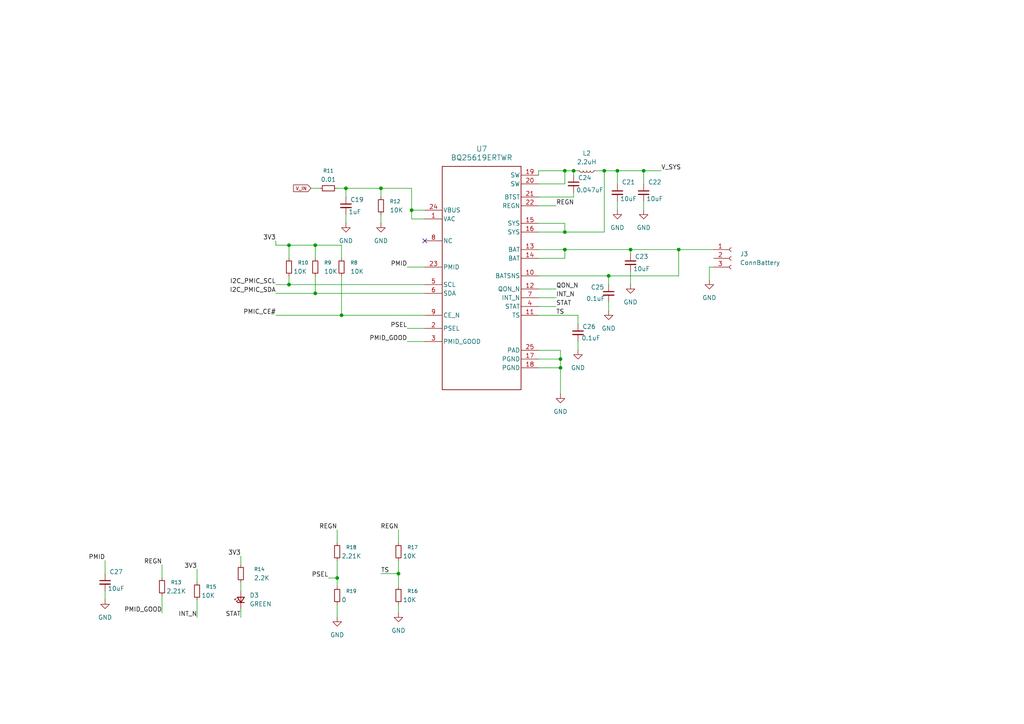
<source format=kicad_sch>
(kicad_sch (version 20250114) (generator "eeschema") (generator_version "9.0")
  (paper "A4")
  (lib_symbols
    (symbol "BQ25619ERTWR_1" (pin_names (offset 0.254))
      (property "Reference" "U" (at 3.81 28.194 0))
      (property "Value" "BQ25619ERTWR" (at 2.794 -35.56 0))
      (symbol "BQ25619ERTWR_1_0_1"
        (polyline (pts (xy -7.62 26.67) (xy -7.62 -38.1)) (stroke (width 0.2032)))
        (polyline (pts (xy -7.62 -38.1) (xy 15.24 -38.1)) (stroke (width 0.2032)))
        (polyline (pts (xy 15.24 26.67) (xy -7.62 26.67)) (stroke (width 0.2032)))
        (polyline (pts (xy 15.24 -38.1) (xy 15.24 26.67)) (stroke (width 0.2032)))
        (pin power_in line (at -12.7 13.97 0) (length 5.08) (name "VBUS") (number "24"))
        (pin power_in line (at -12.7 11.43 0) (length 5.08) (name "VAC") (number "1"))
        (pin unspecified line (at -12.7 5.08 0) (length 5.08) (name "NC") (number "8"))
        (pin unspecified line (at -12.7 -2.54 0) (length 5.08) (name "PMID") (number "23"))
        (pin unspecified line (at -12.7 -7.62 0) (length 5.08) (name "SCL") (number "5"))
        (pin unspecified line (at -12.7 -10.16 0) (length 5.08) (name "SDA") (number "6"))
        (pin unspecified line (at -12.7 -16.51 0) (length 5.08) (name "CE_N") (number "9"))
        (pin unspecified line (at -12.7 -20.32 0) (length 5.08) (name "PSEL") (number "2"))
        (pin unspecified line (at -12.7 -24.13 0) (length 5.08) (name "PMID_GOOD") (number "3"))
        (pin power_in line (at 20.32 24.13 180) (length 5.08) (name "SW") (number "19"))
        (pin power_in line (at 20.32 21.59 180) (length 5.08) (name "SW") (number "20"))
        (pin power_in line (at 20.32 17.78 180) (length 5.08) (name "BTST") (number "21"))
        (pin power_in line (at 20.32 15.24 180) (length 5.08) (name "REGN") (number "22"))
        (pin power_in line (at 20.32 10.16 180) (length 5.08) (name "SYS") (number "15"))
        (pin power_in line (at 20.32 7.62 180) (length 5.08) (name "SYS") (number "16"))
        (pin power_in line (at 20.32 2.54 180) (length 5.08) (name "BAT") (number "13"))
        (pin power_in line (at 20.32 0 180) (length 5.08) (name "BAT") (number "14"))
        (pin unspecified line (at 20.32 -5.08 180) (length 5.08) (name "BATSNS") (number "10"))
        (pin unspecified line (at 20.32 -8.89 180) (length 5.08) (name "QON_N") (number "12"))
        (pin unspecified line (at 20.32 -11.43 180) (length 5.08) (name "INT_N") (number "7"))
        (pin unspecified line (at 20.32 -13.97 180) (length 5.08) (name "STAT") (number "4"))
        (pin unspecified line (at 20.32 -16.51 180) (length 5.08) (name "TS") (number "11"))
        (pin unspecified line (at 20.32 -26.67 180) (length 5.08) (name "PAD") (number "25"))
        (pin power_in line (at 20.32 -29.21 180) (length 5.08) (name "PGND") (number "17"))
        (pin power_in line (at 20.32 -31.75 180) (length 5.08) (name "PGND") (number "18"))
      )
    )
    (symbol "Connector:Conn_01x03_Socket" (pin_names (offset 1.016) (hide yes))
      (property "Reference" "J" (at 0 5.08 0))
      (property "Value" "Conn_01x03_Socket" (at 0 -5.08 0))
      (symbol "Conn_01x03_Socket_1_1"
        (polyline (pts (xy -1.27 2.54) (xy -0.508 2.54)) (stroke (width 0.1524)))
        (polyline (pts (xy -1.27 0) (xy -0.508 0)) (stroke (width 0.1524)))
        (polyline (pts (xy -1.27 -2.54) (xy -0.508 -2.54)) (stroke (width 0.1524)))
        (arc (start 0 2.032) (mid -0.5058 2.54) (end 0 3.048) (stroke (width 0.1524)))
        (arc (start 0 -0.508) (mid -0.5058 0) (end 0 0.508) (stroke (width 0.1524)))
        (arc (start 0 -3.048) (mid -0.5058 -2.54) (end 0 -2.032) (stroke (width 0.1524)))
        (pin passive line (at -5.08 2.54 0) (length 3.81) (name "Pin_1") (number "1"))
        (pin passive line (at -5.08 0 0) (length 3.81) (name "Pin_2") (number "2"))
        (pin passive line (at -5.08 -2.54 0) (length 3.81) (name "Pin_3") (number "3"))
      )
    )
    (symbol "Device:C_Small" (pin_numbers (hide yes)) (pin_names (offset 0.254) (hide yes))
      (property "Reference" "C" (at 0.254 1.778 0))
      (property "Value" "C_Small" (at 0.254 -2.032 0))
      (symbol "C_Small_0_1"
        (polyline (pts (xy -1.524 0.508) (xy 1.524 0.508)) (stroke (width 0.3048)))
        (polyline (pts (xy -1.524 -0.508) (xy 1.524 -0.508)) (stroke (width 0.3302)))
      )
      (symbol "C_Small_1_1"
        (pin passive line (at 0 2.54 270) (length 2.032) (name "~") (number "1"))
        (pin passive line (at 0 -2.54 90) (length 2.032) (name "~") (number "2"))
      )
    )
    (symbol "Device:LED_Small" (pin_numbers (hide yes)) (pin_names (offset 0.254) (hide yes))
      (property "Reference" "D" (at -1.27 3.175 0))
      (property "Value" "LED_Small" (at -4.445 -2.54 0))
      (symbol "LED_Small_0_1"
        (polyline (pts (xy -0.762 -1.016) (xy -0.762 1.016)) (stroke (width 0.254)))
        (polyline (pts (xy 0 0.762) (xy -0.508 1.27) (xy -0.254 1.27) (xy -0.508 1.27) (xy -0.508 1.016)))
        (polyline (pts (xy 0.508 1.27) (xy 0 1.778) (xy 0.254 1.778) (xy 0 1.778) (xy 0 1.524)))
        (polyline (pts (xy 0.762 -1.016) (xy -0.762 0) (xy 0.762 1.016) (xy 0.762 -1.016)) (stroke (width 0.254)))
        (polyline (pts (xy 1.016 0) (xy -0.762 0)))
      )
      (symbol "LED_Small_1_1"
        (pin passive line (at -2.54 0 0) (length 1.778) (name "K") (number "1"))
        (pin passive line (at 2.54 0 180) (length 1.778) (name "A") (number "2"))
      )
    )
    (symbol "Device:L_Small" (pin_numbers (hide yes)) (pin_names (offset 0.254) (hide yes))
      (property "Reference" "L" (at 0.762 1.016 0))
      (property "Value" "L_Small" (at 0.762 -1.016 0))
      (symbol "L_Small_0_1"
        (arc (start 0 2.032) (mid 0.5058 1.524) (end 0 1.016))
        (arc (start 0 1.016) (mid 0.5058 0.508) (end 0 0))
        (arc (start 0 0) (mid 0.5058 -0.508) (end 0 -1.016))
        (arc (start 0 -1.016) (mid 0.5058 -1.524) (end 0 -2.032))
      )
      (symbol "L_Small_1_1"
        (pin passive line (at 0 2.54 270) (length 0.508) (name "~") (number "1"))
        (pin passive line (at 0 -2.54 90) (length 0.508) (name "~") (number "2"))
      )
    )
    (symbol "Device:R_Small" (pin_numbers (hide yes)) (pin_names (offset 0.254) (hide yes))
      (property "Reference" "R" (at 0 0 90))
      (property "Value" "R_Small" (at 1.778 0 90))
      (symbol "R_Small_0_1"
        (rectangle (start -0.762 1.778) (end 0.762 -1.778) (stroke (width 0.2032)))
      )
      (symbol "R_Small_1_1"
        (pin passive line (at 0 2.54 270) (length 0.762) (name "~") (number "1"))
        (pin passive line (at 0 -2.54 90) (length 0.762) (name "~") (number "2"))
      )
    )
    (symbol "power:GND" (power) (pin_numbers (hide yes)) (pin_names (offset 0) (hide yes))
      (property "Value" "GND" (at 0 -3.81 0))
      (symbol "GND_0_1"
        (polyline (pts (xy 0 0) (xy 0 -1.27) (xy 1.27 -1.27) (xy 0 -2.54) (xy -1.27 -1.27) (xy 0 -1.27)))
      )
      (symbol "GND_1_1"
        (pin power_in line (at 0 0 270) (length 0) (name "~") (number "1"))
      )
    )
  )
  (junction (at 163.83 67.31))
  (junction (at 97.79 167.64))
  (junction (at 166.37 49.53))
  (junction (at 83.82 71.12))
  (junction (at 179.07 49.53))
  (junction (at 110.49 54.61))
  (junction (at 196.85 72.39))
  (junction (at 91.44 85.09))
  (junction (at 163.83 49.53))
  (junction (at 100.33 54.61))
  (junction (at 163.83 72.39))
  (junction (at 91.44 71.12))
  (junction (at 175.26 49.53))
  (junction (at 186.69 49.53))
  (junction (at 99.06 91.44))
  (junction (at 162.56 106.68))
  (junction (at 115.57 166.37))
  (junction (at 83.82 82.55))
  (junction (at 176.53 80.01))
  (junction (at 162.56 104.14))
  (junction (at 182.88 72.39))
  (junction (at 119.38 60.96))
  (no_connect (at 123.19 69.85))
  (wire (pts (xy 175.26 49.53) (xy 179.07 49.53)))
  (wire (pts (xy 91.44 71.12) (xy 83.82 71.12)))
  (wire (pts (xy 205.74 77.47) (xy 205.74 81.28)))
  (wire (pts (xy 115.57 166.37) (xy 115.57 162.56)))
  (wire (pts (xy 156.21 64.77) (xy 163.83 64.77)))
  (wire (pts (xy 156.21 49.53) (xy 156.21 50.8)))
  (wire (pts (xy 163.83 49.53) (xy 166.37 49.53)))
  (wire (pts (xy 115.57 166.37) (xy 115.57 170.18)))
  (wire (pts (xy 176.53 80.01) (xy 176.53 82.55)))
  (wire (pts (xy 83.82 80.01) (xy 83.82 82.55)))
  (wire (pts (xy 156.21 57.15) (xy 166.37 57.15)))
  (wire (pts (xy 80.01 69.85) (xy 80.01 71.12)))
  (wire (pts (xy 119.38 63.5) (xy 119.38 60.96)))
  (wire (pts (xy 156.21 83.82) (xy 161.29 83.82)))
  (wire (pts (xy 69.85 161.29) (xy 69.85 163.83)))
  (wire (pts (xy 162.56 101.6) (xy 162.56 104.14)))
  (wire (pts (xy 162.56 104.14) (xy 162.56 106.68)))
  (wire (pts (xy 156.21 91.44) (xy 167.64 91.44)))
  (wire (pts (xy 99.06 80.01) (xy 99.06 91.44)))
  (wire (pts (xy 156.21 59.69) (xy 161.29 59.69)))
  (wire (pts (xy 90.17 54.61) (xy 92.71 54.61)))
  (wire (pts (xy 156.21 88.9) (xy 161.29 88.9)))
  (wire (pts (xy 97.79 153.67) (xy 97.79 157.48)))
  (wire (pts (xy 166.37 57.15) (xy 166.37 55.88)))
  (wire (pts (xy 110.49 54.61) (xy 110.49 57.15)))
  (wire (pts (xy 110.49 54.61) (xy 119.38 54.61)))
  (wire (pts (xy 205.74 77.47) (xy 207.01 77.47)))
  (wire (pts (xy 123.19 60.96) (xy 119.38 60.96)))
  (wire (pts (xy 91.44 80.01) (xy 91.44 85.09)))
  (wire (pts (xy 176.53 87.63) (xy 176.53 90.17)))
  (wire (pts (xy 69.85 168.91) (xy 69.85 171.45)))
  (wire (pts (xy 57.15 165.1) (xy 57.15 168.91)))
  (wire (pts (xy 163.83 67.31) (xy 163.83 64.77)))
  (wire (pts (xy 97.79 54.61) (xy 100.33 54.61)))
  (wire (pts (xy 97.79 167.64) (xy 97.79 162.56)))
  (wire (pts (xy 179.07 49.53) (xy 186.69 49.53)))
  (wire (pts (xy 83.82 71.12) (xy 80.01 71.12)))
  (wire (pts (xy 186.69 49.53) (xy 191.77 49.53)))
  (wire (pts (xy 156.21 86.36) (xy 161.29 86.36)))
  (wire (pts (xy 167.64 99.06) (xy 167.64 101.6)))
  (wire (pts (xy 196.85 80.01) (xy 196.85 72.39)))
  (wire (pts (xy 163.83 74.93) (xy 163.83 72.39)))
  (wire (pts (xy 166.37 49.53) (xy 166.37 50.8)))
  (wire (pts (xy 80.01 85.09) (xy 91.44 85.09)))
  (wire (pts (xy 115.57 153.67) (xy 115.57 157.48)))
  (wire (pts (xy 91.44 85.09) (xy 123.19 85.09)))
  (wire (pts (xy 80.01 82.55) (xy 83.82 82.55)))
  (wire (pts (xy 46.99 177.8) (xy 46.99 172.72)))
  (wire (pts (xy 100.33 54.61) (xy 110.49 54.61)))
  (wire (pts (xy 156.21 72.39) (xy 163.83 72.39)))
  (wire (pts (xy 100.33 62.23) (xy 100.33 64.77)))
  (wire (pts (xy 30.48 162.56) (xy 30.48 166.37)))
  (wire (pts (xy 156.21 74.93) (xy 163.83 74.93)))
  (wire (pts (xy 186.69 49.53) (xy 186.69 53.34)))
  (wire (pts (xy 97.79 170.18) (xy 97.79 167.64)))
  (wire (pts (xy 163.83 72.39) (xy 182.88 72.39)))
  (wire (pts (xy 196.85 72.39) (xy 207.01 72.39)))
  (wire (pts (xy 80.01 91.44) (xy 99.06 91.44)))
  (wire (pts (xy 156.21 49.53) (xy 163.83 49.53)))
  (wire (pts (xy 156.21 104.14) (xy 162.56 104.14)))
  (wire (pts (xy 175.26 49.53) (xy 175.26 67.31)))
  (wire (pts (xy 156.21 80.01) (xy 176.53 80.01)))
  (wire (pts (xy 97.79 175.26) (xy 97.79 179.07)))
  (wire (pts (xy 179.07 58.42) (xy 179.07 60.96)))
  (wire (pts (xy 99.06 71.12) (xy 91.44 71.12)))
  (wire (pts (xy 186.69 58.42) (xy 186.69 60.96)))
  (wire (pts (xy 156.21 67.31) (xy 163.83 67.31)))
  (wire (pts (xy 83.82 71.12) (xy 83.82 74.93)))
  (wire (pts (xy 30.48 171.45) (xy 30.48 173.99)))
  (wire (pts (xy 100.33 54.61) (xy 100.33 57.15)))
  (wire (pts (xy 91.44 71.12) (xy 91.44 74.93)))
  (wire (pts (xy 83.82 82.55) (xy 123.19 82.55)))
  (wire (pts (xy 123.19 95.25) (xy 118.11 95.25)))
  (wire (pts (xy 110.49 166.37) (xy 115.57 166.37)))
  (wire (pts (xy 123.19 77.47) (xy 118.11 77.47)))
  (wire (pts (xy 156.21 106.68) (xy 162.56 106.68)))
  (wire (pts (xy 119.38 54.61) (xy 119.38 60.96)))
  (wire (pts (xy 182.88 78.74) (xy 182.88 82.55)))
  (wire (pts (xy 69.85 179.07) (xy 69.85 176.53)))
  (wire (pts (xy 123.19 63.5) (xy 119.38 63.5)))
  (wire (pts (xy 179.07 49.53) (xy 179.07 53.34)))
  (wire (pts (xy 123.19 99.06) (xy 118.11 99.06)))
  (wire (pts (xy 95.25 167.64) (xy 97.79 167.64)))
  (wire (pts (xy 115.57 177.8) (xy 115.57 175.26)))
  (wire (pts (xy 167.64 91.44) (xy 167.64 93.98)))
  (wire (pts (xy 162.56 106.68) (xy 162.56 114.3)))
  (wire (pts (xy 176.53 80.01) (xy 196.85 80.01)))
  (wire (pts (xy 99.06 91.44) (xy 123.19 91.44)))
  (wire (pts (xy 172.72 49.53) (xy 175.26 49.53)))
  (wire (pts (xy 182.88 72.39) (xy 182.88 73.66)))
  (wire (pts (xy 163.83 53.34) (xy 163.83 49.53)))
  (wire (pts (xy 182.88 72.39) (xy 196.85 72.39)))
  (wire (pts (xy 163.83 67.31) (xy 175.26 67.31)))
  (wire (pts (xy 166.37 49.53) (xy 167.64 49.53)))
  (wire (pts (xy 110.49 62.23) (xy 110.49 64.77)))
  (wire (pts (xy 46.99 163.83) (xy 46.99 167.64)))
  (wire (pts (xy 156.21 101.6) (xy 162.56 101.6)))
  (wire (pts (xy 57.15 179.07) (xy 57.15 173.99)))
  (wire (pts (xy 99.06 74.93) (xy 99.06 71.12)))
  (wire (pts (xy 156.21 53.34) (xy 163.83 53.34)))
  (label "I2C_PMIC_SDA" (at 80.01 85.09 180))
  (label "V_SYS" (at 191.77 49.53 0))
  (label "PMID" (at 30.48 162.56 180))
  (label "I2C_PMIC_SCL" (at 80.01 82.55 180))
  (label "PMID_GOOD" (at 118.11 99.06 180))
  (label "REGN" (at 46.99 163.83 180))
  (label "PMID_GOOD" (at 46.99 177.8 180))
  (label "STAT" (at 161.29 88.9 0))
  (label "PMID" (at 118.11 77.47 180))
  (label "QON_N" (at 161.29 83.82 0))
  (label "3V3" (at 69.85 161.29 180))
  (label "3V3" (at 57.15 165.1 180))
  (label "REGN" (at 161.29 59.69 0))
  (label "TS" (at 161.29 91.44 0))
  (label "REGN" (at 115.57 153.67 180))
  (label "3V3" (at 80.01 69.85 180))
  (label "INT_N" (at 57.15 179.07 180))
  (label "STAT" (at 69.85 179.07 180))
  (label "TS" (at 110.49 166.37 0))
  (label "PSEL" (at 118.11 95.25 180))
  (label "INT_N" (at 161.29 86.36 0))
  (label "PSEL" (at 95.25 167.64 180))
  (label "PMIC_CE#" (at 80.01 91.44 180))
  (label "REGN" (at 97.79 153.67 180))
  (global_label "V_IN" (shape input) (at 90.17 54.61 180) (effects (font (size 1 1))) (property "Intersheetrefs" "${INTERSHEET_REFS}" (effects (hide yes))))
  (symbol (lib_id "Device:R_Small") (at 46.99 170.18 0) (unit 1)
    (property "Reference" "R13" (at 49.53 168.9099 0) (effects (font (size 1.016 1.016)) (justify left)))
    (property "Value" "2.21K" (at 48.26 171.4499 0) (effects (justify left)))
    (property "Footprint" "Resistor_SMD:R_0402_1005Metric" (effects (hide yes)))
    (property "Description" "Resistor, small symbol" (effects (hide yes)))
  )
  (symbol (lib_id "Device:C_Small") (at 176.53 85.09 0) (mirror y) (unit 1)
    (property "Reference" "C25" (at 175.26 83.312 0) (effects (justify left)))
    (property "Value" "0.1uF" (at 175.514 86.614 0) (effects (justify left)))
    (property "Footprint" "Capacitor_SMD:C_0402_1005Metric" (effects (hide yes)))
    (property "Description" "Unpolarized capacitor, small symbol" (effects (hide yes)))
  )
  (symbol (lib_id "Connector:Conn_01x03_Socket") (at 212.09 74.93 0) (unit 1)
    (property "Reference" "J3" (at 214.63 73.6599 0) (effects (justify left)))
    (property "Value" "ConnBattery" (at 214.63 76.1999 0) (effects (justify left)))
    (property "Description" "Generic connector, single row, 01x03, script generated" (effects (hide yes)))
  )
  (symbol (lib_id "Device:C_Small") (at 167.64 96.52 0) (unit 1)
    (property "Reference" "C26" (at 168.91 94.742 0) (effects (justify left)))
    (property "Value" "0.1uF" (at 168.656 98.044 0) (effects (justify left)))
    (property "Footprint" "Capacitor_SMD:C_0402_1005Metric" (effects (hide yes)))
    (property "Description" "Unpolarized capacitor, small symbol" (effects (hide yes)))
  )
  (symbol (lib_id "power:GND") (at 115.57 177.8 0) (mirror y) (unit 1)
    (property "Reference" "#PWR042" (effects (hide yes)))
    (property "Value" "GND" (at 115.57 182.88 0))
    (property "Description" "Power symbol creates a global label with name \"GND\" , ground" (effects (hide yes)))
  )
  (symbol (lib_id "Device:L_Small") (at 170.18 49.53 270) (unit 1)
    (property "Reference" "L2" (at 170.18 44.45 90))
    (property "Value" "2.2uH" (at 170.18 46.99 90))
    (property "Footprint" "Inductor_SMD:L_Taiyo-Yuden_MD-4040" (effects (hide yes)))
    (property "Description" "Inductor, small symbol" (effects (hide yes)))
  )
  (symbol (lib_id "power:GND") (at 176.53 90.17 0) (unit 1)
    (property "Reference" "#PWR039" (effects (hide yes)))
    (property "Value" "GND" (at 176.53 95.25 0))
    (property "Description" "Power symbol creates a global label with name \"GND\" , ground" (effects (hide yes)))
  )
  (symbol (lib_id "Device:C_Small") (at 30.48 168.91 0) (unit 1)
    (property "Reference" "C27" (at 31.75 165.862 0) (effects (justify left)))
    (property "Value" "10uF" (at 31.242 170.688 0) (effects (justify left)))
    (property "Footprint" "Capacitor_SMD:C_0805_2012Metric" (effects (hide yes)))
    (property "Description" "Unpolarized capacitor, small symbol" (effects (hide yes)))
  )
  (symbol (lib_id "Device:R_Small") (at 95.25 54.61 90) (unit 1)
    (property "Reference" "R11" (at 95.25 49.53 90) (effects (font (size 1.016 1.016))))
    (property "Value" "0.01" (at 95.25 52.07 90))
    (property "Footprint" "Resistor_SMD:R_2010_5025Metric" (effects (hide yes)))
    (property "Description" "Resistor, small symbol" (effects (hide yes)))
  )
  (symbol (lib_id "Device:C_Small") (at 182.88 76.2 0) (unit 1)
    (property "Reference" "C23" (at 184.15 74.422 0) (effects (justify left)))
    (property "Value" "10uF" (at 183.642 77.978 0) (effects (justify left)))
    (property "Footprint" "Capacitor_SMD:C_0805_2012Metric" (effects (hide yes)))
    (property "Description" "Unpolarized capacitor, small symbol" (effects (hide yes)))
  )
  (symbol (lib_id "Device:R_Small") (at 91.44 77.47 0) (unit 1)
    (property "Reference" "R9" (at 93.98 76.1999 0) (effects (font (size 1.016 1.016)) (justify left)))
    (property "Value" "10K" (at 93.98 78.7399 0) (effects (justify left)))
    (property "Footprint" "Resistor_SMD:R_0402_1005Metric" (effects (hide yes)))
    (property "Description" "Resistor, small symbol" (effects (hide yes)))
  )
  (symbol (lib_id "Device:C_Small") (at 186.69 55.88 0) (unit 1)
    (property "Reference" "C22" (at 187.96 52.832 0) (effects (justify left)))
    (property "Value" "10uF" (at 187.452 57.658 0) (effects (justify left)))
    (property "Footprint" "Capacitor_SMD:C_0805_2012Metric" (effects (hide yes)))
    (property "Description" "Unpolarized capacitor, small symbol" (effects (hide yes)))
  )
  (symbol (lib_id "Device:R_Small") (at 97.79 172.72 0) (unit 1)
    (property "Reference" "R19" (at 100.33 171.4499 0) (effects (font (size 1.016 1.016)) (justify left)))
    (property "Value" "0" (at 99.06 173.9899 0) (effects (justify left)))
    (property "Footprint" "Resistor_SMD:R_0402_1005Metric" (effects (hide yes)))
    (property "Description" "Resistor, small symbol" (effects (hide yes)))
  )
  (symbol (lib_id "Device:R_Small") (at 115.57 172.72 0) (unit 1)
    (property "Reference" "R16" (at 118.11 171.4499 0) (effects (font (size 1.016 1.016)) (justify left)))
    (property "Value" "10K" (at 116.84 173.9899 0) (effects (justify left)))
    (property "Footprint" "Resistor_SMD:R_0402_1005Metric" (effects (hide yes)))
    (property "Description" "Resistor, small symbol" (effects (hide yes)))
  )
  (symbol (lib_id "power:GND") (at 162.56 114.3 0) (unit 1)
    (property "Reference" "#PWR033" (effects (hide yes)))
    (property "Value" "GND" (at 162.56 119.38 0))
    (property "Description" "Power symbol creates a global label with name \"GND\" , ground" (effects (hide yes)))
  )
  (symbol (lib_id "Device:R_Small") (at 110.49 59.69 0) (unit 1)
    (property "Reference" "R12" (at 113.03 58.4199 0) (effects (font (size 1.016 1.016)) (justify left)))
    (property "Value" "10K" (at 113.03 60.9599 0) (effects (justify left)))
    (property "Footprint" "Resistor_SMD:R_0402_1005Metric" (effects (hide yes)))
    (property "Description" "Resistor, small symbol" (effects (hide yes)))
  )
  (symbol (lib_id "power:GND") (at 205.74 81.28 0) (unit 1)
    (property "Reference" "#PWR041" (effects (hide yes)))
    (property "Value" "GND" (at 205.74 86.36 0))
    (property "Description" "Power symbol creates a global label with name \"GND\" , ground" (effects (hide yes)))
  )
  (symbol (lib_id "power:GND") (at 182.88 82.55 0) (unit 1)
    (property "Reference" "#PWR038" (effects (hide yes)))
    (property "Value" "GND" (at 182.88 87.63 0))
    (property "Description" "Power symbol creates a global label with name \"GND\" , ground" (effects (hide yes)))
  )
  (symbol (lib_id "power:GND") (at 179.07 60.96 0) (unit 1)
    (property "Reference" "#PWR036" (effects (hide yes)))
    (property "Value" "GND" (at 179.07 66.04 0))
    (property "Description" "Power symbol creates a global label with name \"GND\" , ground" (effects (hide yes)))
  )
  (symbol (lib_id "Device:LED_Small") (at 69.85 173.99 90) (unit 1)
    (property "Reference" "D3" (at 72.39 172.6564 90) (effects (justify right)))
    (property "Value" "GREEN" (at 72.39 175.1964 90) (effects (justify right)))
    (property "Footprint" "LED_SMD:LED_0402_1005Metric" (effects (hide yes)))
    (property "Description" "Light emitting diode, small symbol" (effects (hide yes)))
    (property "Sim.Pin" "1=K 2=A" (effects (hide yes)))
  )
  (symbol (lib_id "Device:C_Small") (at 166.37 53.34 0) (unit 1)
    (property "Reference" "C24" (at 167.64 51.562 0) (effects (justify left)))
    (property "Value" "0.047uF" (at 167.132 55.118 0) (effects (justify left)))
    (property "Footprint" "Capacitor_SMD:C_0402_1005Metric" (effects (hide yes)))
    (property "Description" "Unpolarized capacitor, small symbol" (effects (hide yes)))
  )
  (symbol (lib_id "Device:R_Small") (at 115.57 160.02 0) (unit 1)
    (property "Reference" "R17" (at 118.11 158.7499 0) (effects (font (size 1.016 1.016)) (justify left)))
    (property "Value" "10K" (at 116.84 161.2899 0) (effects (justify left)))
    (property "Footprint" "Resistor_SMD:R_0402_1005Metric" (effects (hide yes)))
    (property "Description" "Resistor, small symbol" (effects (hide yes)))
  )
  (symbol (lib_id "Device:R_Small") (at 69.85 166.37 0) (unit 1)
    (property "Reference" "R14" (at 73.66 165.0999 0) (effects (font (size 1.016 1.016)) (justify left)))
    (property "Value" "2.2K" (at 73.66 167.6399 0) (effects (justify left)))
    (property "Footprint" "Resistor_SMD:R_0402_1005Metric" (effects (hide yes)))
    (property "Description" "Resistor, small symbol" (effects (hide yes)))
  )
  (symbol (lib_id "Device:C_Small") (at 179.07 55.88 0) (unit 1)
    (property "Reference" "C21" (at 180.34 52.832 0) (effects (justify left)))
    (property "Value" "10uF" (at 179.832 57.658 0) (effects (justify left)))
    (property "Footprint" "Capacitor_SMD:C_0805_2012Metric" (effects (hide yes)))
    (property "Description" "Unpolarized capacitor, small symbol" (effects (hide yes)))
  )
  (symbol (lib_id "Device:R_Small") (at 99.06 77.47 0) (unit 1)
    (property "Reference" "R8" (at 101.6 76.1999 0) (effects (font (size 1.016 1.016)) (justify left)))
    (property "Value" "10K" (at 101.6 78.7399 0) (effects (justify left)))
    (property "Footprint" "Resistor_SMD:R_0402_1005Metric" (effects (hide yes)))
    (property "Description" "Resistor, small symbol" (effects (hide yes)))
  )
  (symbol (lib_id "power:GND") (at 167.64 101.6 0) (mirror y) (unit 1)
    (property "Reference" "#PWR040" (effects (hide yes)))
    (property "Value" "GND" (at 167.64 106.68 0))
    (property "Description" "Power symbol creates a global label with name \"GND\" , ground" (effects (hide yes)))
  )
  (symbol (lib_id "Device:R_Small") (at 97.79 160.02 0) (unit 1)
    (property "Reference" "R18" (at 100.33 158.7499 0) (effects (font (size 1.016 1.016)) (justify left)))
    (property "Value" "2.21K" (at 99.06 161.2899 0) (effects (justify left)))
    (property "Footprint" "Resistor_SMD:R_0402_1005Metric" (effects (hide yes)))
    (property "Description" "Resistor, small symbol" (effects (hide yes)))
  )
  (symbol (lib_id "Device:R_Small") (at 57.15 171.45 0) (unit 1)
    (property "Reference" "R15" (at 59.69 170.1799 0) (effects (font (size 1.016 1.016)) (justify left)))
    (property "Value" "10K" (at 58.42 172.7199 0) (effects (justify left)))
    (property "Footprint" "Resistor_SMD:R_0402_1005Metric" (effects (hide yes)))
    (property "Description" "Resistor, small symbol" (effects (hide yes)))
  )
  (symbol (lib_id "Device:C_Small") (at 100.33 59.69 0) (unit 1)
    (property "Reference" "C19" (at 101.6 57.912 0) (effects (justify left)))
    (property "Value" "1uF" (at 101.092 61.468 0) (effects (justify left)))
    (property "Footprint" "Capacitor_SMD:C_0402_1005Metric" (effects (hide yes)))
    (property "Description" "Unpolarized capacitor, small symbol" (effects (hide yes)))
  )
  (symbol (lib_id "power:GND") (at 186.69 60.96 0) (unit 1)
    (property "Reference" "#PWR037" (effects (hide yes)))
    (property "Value" "GND" (at 186.69 66.04 0))
    (property "Description" "Power symbol creates a global label with name \"GND\" , ground" (effects (hide yes)))
  )
  (symbol (lib_id "power:GND") (at 110.49 64.77 0) (unit 1)
    (property "Reference" "#PWR035" (effects (hide yes)))
    (property "Value" "GND" (at 110.49 69.85 0))
    (property "Description" "Power symbol creates a global label with name \"GND\" , ground" (effects (hide yes)))
  )
  (symbol (lib_name "BQ25619ERTWR_1") (lib_id "BQ25619ERTWR:BQ25619ERTWR") (at 135.89 74.93 0) (unit 1)
    (property "Reference" "U7" (at 139.7 43.18 0) (effects (font (size 1.524 1.524))))
    (property "Value" "BQ25619ERTWR" (at 139.7 45.72 0) (effects (font (size 1.524 1.524))))
    (property "Footprint" "_W_LoRa:BQ25619ERTWR" (effects (hide yes)))
    (property "Datasheet" "https://www.ti.com/lit/gpn/bq25619e" (effects (hide yes)))
  )
  (symbol (lib_id "Device:R_Small") (at 83.82 77.47 0) (unit 1)
    (property "Reference" "R10" (at 86.36 76.1999 0) (effects (font (size 1.016 1.016)) (justify left)))
    (property "Value" "10K" (at 85.09 78.7399 0) (effects (justify left)))
    (property "Footprint" "Resistor_SMD:R_0402_1005Metric" (effects (hide yes)))
    (property "Description" "Resistor, small symbol" (effects (hide yes)))
  )
  (symbol (lib_id "power:GND") (at 100.33 64.77 0) (unit 1)
    (property "Reference" "#PWR034" (effects (hide yes)))
    (property "Value" "GND" (at 100.33 69.85 0))
    (property "Description" "Power symbol creates a global label with name \"GND\" , ground" (effects (hide yes)))
  )
  (symbol (lib_id "power:GND") (at 97.79 179.07 0) (unit 1)
    (property "Reference" "#PWR044" (effects (hide yes)))
    (property "Value" "GND" (at 97.79 184.15 0))
    (property "Description" "Power symbol creates a global label with name \"GND\" , ground" (effects (hide yes)))
  )
  (symbol (lib_id "power:GND") (at 30.48 173.99 0) (unit 1)
    (property "Reference" "#PWR043" (effects (hide yes)))
    (property "Value" "GND" (at 30.48 179.07 0))
    (property "Description" "Power symbol creates a global label with name \"GND\" , ground" (effects (hide yes)))
  )
)
</source>
